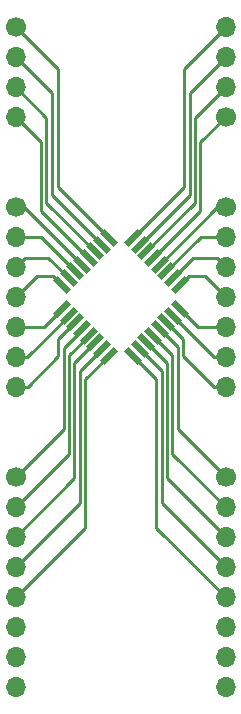
<source format=gbr>
%TF.GenerationSoftware,KiCad,Pcbnew,(6.0.5)*%
%TF.CreationDate,2022-06-25T15:42:17-04:00*%
%TF.ProjectId,Breakout_Converter,42726561-6b6f-4757-945f-436f6e766572,rev?*%
%TF.SameCoordinates,Original*%
%TF.FileFunction,Copper,L2,Bot*%
%TF.FilePolarity,Positive*%
%FSLAX46Y46*%
G04 Gerber Fmt 4.6, Leading zero omitted, Abs format (unit mm)*
G04 Created by KiCad (PCBNEW (6.0.5)) date 2022-06-25 15:42:17*
%MOMM*%
%LPD*%
G01*
G04 APERTURE LIST*
G04 Aperture macros list*
%AMRotRect*
0 Rectangle, with rotation*
0 The origin of the aperture is its center*
0 $1 length*
0 $2 width*
0 $3 Rotation angle, in degrees counterclockwise*
0 Add horizontal line*
21,1,$1,$2,0,0,$3*%
G04 Aperture macros list end*
%TA.AperFunction,SMDPad,CuDef*%
%ADD10RotRect,1.600000X0.550000X225.000000*%
%TD*%
%TA.AperFunction,SMDPad,CuDef*%
%ADD11RotRect,1.600000X0.550000X135.000000*%
%TD*%
%TA.AperFunction,ComponentPad*%
%ADD12O,1.700000X1.700000*%
%TD*%
%TA.AperFunction,ComponentPad*%
%ADD13C,1.700000*%
%TD*%
%TA.AperFunction,Conductor*%
%ADD14C,0.250000*%
%TD*%
G04 APERTURE END LIST*
D10*
%TO.P,U4,1,P1*%
%TO.N,Net-(U4-Pad1)*%
X143265305Y-68674897D03*
%TO.P,U4,2,P2*%
%TO.N,Net-(U4-Pad2)*%
X143830990Y-69240583D03*
%TO.P,U4,3,P3*%
%TO.N,Net-(U4-Pad3)*%
X144396676Y-69806268D03*
%TO.P,U4,4,P4*%
%TO.N,Net-(U4-Pad4)*%
X144962361Y-70371953D03*
%TO.P,U4,5,P5*%
%TO.N,Net-(U4-Pad5)*%
X145528047Y-70937639D03*
%TO.P,U4,6,P6*%
%TO.N,Net-(U4-Pad6)*%
X146093732Y-71503324D03*
%TO.P,U4,7,P7*%
%TO.N,Net-(U4-Pad7)*%
X146659417Y-72069010D03*
%TO.P,U4,8,P8*%
%TO.N,Net-(U4-Pad8)*%
X147225103Y-72634695D03*
D11*
%TO.P,U4,9,P9*%
%TO.N,Net-(U4-Pad9)*%
X147225103Y-74685305D03*
%TO.P,U4,10,P10*%
%TO.N,Net-(U4-Pad10)*%
X146659417Y-75250990D03*
%TO.P,U4,11,P11*%
%TO.N,Net-(U4-Pad11)*%
X146093732Y-75816676D03*
%TO.P,U4,12,P12*%
%TO.N,Net-(U4-Pad12)*%
X145528047Y-76382361D03*
%TO.P,U4,13,P13*%
%TO.N,Net-(U4-Pad13)*%
X144962361Y-76948047D03*
%TO.P,U4,14,P14*%
%TO.N,Net-(U4-Pad14)*%
X144396676Y-77513732D03*
%TO.P,U4,15,P15*%
%TO.N,Net-(U4-Pad15)*%
X143830990Y-78079417D03*
%TO.P,U4,16,P16*%
%TO.N,Net-(U4-Pad16)*%
X143265305Y-78645103D03*
D10*
%TO.P,U4,17,P17*%
%TO.N,Net-(U4-Pad17)*%
X141214695Y-78645103D03*
%TO.P,U4,18,P18*%
%TO.N,Net-(U4-Pad18)*%
X140649010Y-78079417D03*
%TO.P,U4,19,P19*%
%TO.N,Net-(U4-Pad19)*%
X140083324Y-77513732D03*
%TO.P,U4,20,P20*%
%TO.N,Net-(U4-Pad20)*%
X139517639Y-76948047D03*
%TO.P,U4,21,P21*%
%TO.N,Net-(U4-Pad21)*%
X138951953Y-76382361D03*
%TO.P,U4,22,P22*%
%TO.N,Net-(U4-Pad22)*%
X138386268Y-75816676D03*
%TO.P,U4,23,P23*%
%TO.N,Net-(U4-Pad23)*%
X137820583Y-75250990D03*
%TO.P,U4,24,P24*%
%TO.N,Net-(U4-Pad24)*%
X137254897Y-74685305D03*
D11*
%TO.P,U4,25,P25*%
%TO.N,Net-(U4-Pad25)*%
X137254897Y-72634695D03*
%TO.P,U4,26,P26*%
%TO.N,Net-(U4-Pad26)*%
X137820583Y-72069010D03*
%TO.P,U4,27,P27*%
%TO.N,Net-(U4-Pad27)*%
X138386268Y-71503324D03*
%TO.P,U4,28,P28*%
%TO.N,Net-(U4-Pad28)*%
X138951953Y-70937639D03*
%TO.P,U4,29,P29*%
%TO.N,Net-(U4-Pad29)*%
X139517639Y-70371953D03*
%TO.P,U4,30,P30*%
%TO.N,Net-(U4-Pad30)*%
X140083324Y-69806268D03*
%TO.P,U4,31,P31*%
%TO.N,Net-(U4-Pad31)*%
X140649010Y-69240583D03*
%TO.P,U4,32,P32*%
%TO.N,Net-(U4-Pad32)*%
X141214695Y-68674897D03*
%TD*%
D12*
%TO.P,J3,7,Pin_7*%
%TO.N,Net-(U4-Pad22)*%
X133350000Y-81280000D03*
%TO.P,J3,6,Pin_6*%
%TO.N,Net-(U4-Pad23)*%
X133350000Y-78740000D03*
%TO.P,J3,5,Pin_5*%
%TO.N,Net-(U4-Pad24)*%
X133350000Y-76200000D03*
%TO.P,J3,4,Pin_4*%
%TO.N,Net-(U4-Pad25)*%
X133350000Y-73660000D03*
%TO.P,J3,3,Pin_3*%
%TO.N,Net-(U4-Pad26)*%
X133350000Y-71120000D03*
%TO.P,J3,2,Pin_2*%
%TO.N,Net-(U4-Pad27)*%
X133350000Y-68580000D03*
D13*
%TO.P,J3,1,Pin_1*%
%TO.N,Net-(U4-Pad28)*%
X133350000Y-66040000D03*
%TD*%
%TO.P,J2,1,Pin_1*%
%TO.N,Net-(U4-Pad4)*%
X151130000Y-58419624D03*
D12*
%TO.P,J2,2,Pin_2*%
%TO.N,Net-(U4-Pad3)*%
X151130000Y-55879632D03*
%TO.P,J2,3,Pin_3*%
%TO.N,Net-(U4-Pad2)*%
X151130000Y-53339632D03*
%TO.P,J2,4,Pin_4*%
%TO.N,Net-(U4-Pad1)*%
X151130000Y-50799632D03*
%TD*%
%TO.P,J1,4,Pin_4*%
%TO.N,Net-(U4-Pad29)*%
X133350000Y-58419496D03*
%TO.P,J1,3,Pin_3*%
%TO.N,Net-(U4-Pad30)*%
X133350000Y-55879496D03*
%TO.P,J1,2,Pin_2*%
%TO.N,Net-(U4-Pad31)*%
X133350000Y-53339496D03*
D13*
%TO.P,J1,1,Pin_1*%
%TO.N,Net-(U4-Pad32)*%
X133350000Y-50799504D03*
%TD*%
D12*
%TO.P,J6,8,Pin_8*%
%TO.N,Net-(J6-Pad8)*%
X151130000Y-106680000D03*
%TO.P,J6,7,Pin_7*%
%TO.N,Net-(J6-Pad7)*%
X151130000Y-104140000D03*
%TO.P,J6,6,Pin_6*%
%TO.N,Net-(J6-Pad6)*%
X151130000Y-101600000D03*
%TO.P,J6,5,Pin_5*%
%TO.N,Net-(U4-Pad16)*%
X151130000Y-99060000D03*
%TO.P,J6,4,Pin_4*%
%TO.N,Net-(U4-Pad15)*%
X151130000Y-96520000D03*
%TO.P,J6,3,Pin_3*%
%TO.N,Net-(U4-Pad14)*%
X151130000Y-93980000D03*
%TO.P,J6,2,Pin_2*%
%TO.N,Net-(U4-Pad13)*%
X151130000Y-91440000D03*
D13*
%TO.P,J6,1,Pin_1*%
%TO.N,Net-(U4-Pad12)*%
X151130000Y-88900000D03*
%TD*%
D12*
%TO.P,J5,8,Pin_8*%
%TO.N,Net-(J5-Pad8)*%
X133350000Y-106680000D03*
%TO.P,J5,7,Pin_7*%
%TO.N,Net-(J5-Pad7)*%
X133350000Y-104140000D03*
%TO.P,J5,6,Pin_6*%
%TO.N,Net-(J5-Pad6)*%
X133350000Y-101600000D03*
%TO.P,J5,5,Pin_5*%
%TO.N,Net-(U4-Pad17)*%
X133350000Y-99060000D03*
%TO.P,J5,4,Pin_4*%
%TO.N,Net-(U4-Pad18)*%
X133350000Y-96520000D03*
%TO.P,J5,3,Pin_3*%
%TO.N,Net-(U4-Pad19)*%
X133350000Y-93980000D03*
%TO.P,J5,2,Pin_2*%
%TO.N,Net-(U4-Pad20)*%
X133350000Y-91440000D03*
D13*
%TO.P,J5,1,Pin_1*%
%TO.N,Net-(U4-Pad21)*%
X133350000Y-88900000D03*
%TD*%
D12*
%TO.P,J4,7,Pin_7*%
%TO.N,Net-(U4-Pad11)*%
X151130000Y-81280000D03*
%TO.P,J4,6,Pin_6*%
%TO.N,Net-(U4-Pad10)*%
X151130000Y-78740000D03*
%TO.P,J4,5,Pin_5*%
%TO.N,Net-(U4-Pad9)*%
X151130000Y-76200000D03*
%TO.P,J4,4,Pin_4*%
%TO.N,Net-(U4-Pad8)*%
X151130000Y-73660000D03*
%TO.P,J4,3,Pin_3*%
%TO.N,Net-(U4-Pad7)*%
X151130000Y-71120000D03*
%TO.P,J4,2,Pin_2*%
%TO.N,Net-(U4-Pad6)*%
X151130000Y-68580000D03*
D13*
%TO.P,J4,1,Pin_1*%
%TO.N,Net-(U4-Pad5)*%
X151130000Y-66040000D03*
%TD*%
D14*
%TO.N,Net-(U4-Pad22)*%
X134366000Y-81280000D02*
X133350000Y-81280000D01*
X136961280Y-78684720D02*
X134366000Y-81280000D01*
X136961280Y-77241664D02*
X136961280Y-78684720D01*
X138386268Y-75816676D02*
X136961280Y-77241664D01*
%TO.N,Net-(U4-Pad11)*%
X147518720Y-78684720D02*
X150114000Y-81280000D01*
X147518720Y-77241664D02*
X147518720Y-78684720D01*
X150114000Y-81280000D02*
X151130000Y-81280000D01*
X146093732Y-75816676D02*
X147518720Y-77241664D01*
%TO.N,Net-(U4-Pad24)*%
X137254897Y-74685305D02*
X135740202Y-76200000D01*
X135740202Y-76200000D02*
X133350000Y-76200000D01*
%TO.N,Net-(U4-Pad23)*%
X134331573Y-78740000D02*
X133350000Y-78740000D01*
X137820583Y-75250990D02*
X134331573Y-78740000D01*
%TO.N,Net-(U4-Pad10)*%
X146659417Y-75250990D02*
X150148427Y-78740000D01*
X150148427Y-78740000D02*
X151130000Y-78740000D01*
%TO.N,Net-(U4-Pad9)*%
X148739798Y-76200000D02*
X151130000Y-76200000D01*
X147225103Y-74685305D02*
X148739798Y-76200000D01*
%TO.N,Net-(U4-Pad5)*%
X150425686Y-66040000D02*
X151130000Y-66040000D01*
X145528047Y-70937639D02*
X150425686Y-66040000D01*
%TO.N,Net-(U4-Pad6)*%
X149017056Y-68580000D02*
X151130000Y-68580000D01*
X146093732Y-71503324D02*
X149017056Y-68580000D01*
%TO.N,Net-(U4-Pad28)*%
X134054314Y-66040000D02*
X133350000Y-66040000D01*
X138951953Y-70937639D02*
X134054314Y-66040000D01*
%TO.N,Net-(U4-Pad27)*%
X135462944Y-68580000D02*
X133350000Y-68580000D01*
X138386268Y-71503324D02*
X135462944Y-68580000D01*
%TO.N,Net-(U4-Pad7)*%
X150368000Y-70358000D02*
X151130000Y-71120000D01*
X148370427Y-70358000D02*
X150368000Y-70358000D01*
X146659417Y-72069010D02*
X148370427Y-70358000D01*
%TO.N,Net-(U4-Pad8)*%
X149352000Y-71882000D02*
X151130000Y-73660000D01*
X147225103Y-72634695D02*
X147977798Y-71882000D01*
X147977798Y-71882000D02*
X149352000Y-71882000D01*
%TO.N,Net-(U4-Pad26)*%
X134112000Y-70358000D02*
X133350000Y-71120000D01*
X136109573Y-70358000D02*
X134112000Y-70358000D01*
X137820583Y-72069010D02*
X136109573Y-70358000D01*
%TO.N,Net-(U4-Pad25)*%
X136502202Y-71882000D02*
X135128000Y-71882000D01*
X135128000Y-71882000D02*
X133350000Y-73660000D01*
X137254897Y-72634695D02*
X136502202Y-71882000D01*
%TO.N,Net-(U4-Pad13)*%
X146613280Y-78598966D02*
X146613280Y-86923280D01*
X144962361Y-76948047D02*
X146613280Y-78598966D01*
X146613280Y-86923280D02*
X151130000Y-91440000D01*
%TO.N,Net-(U4-Pad14)*%
X146160560Y-89010560D02*
X151130000Y-93980000D01*
X146160560Y-79277616D02*
X146160560Y-89010560D01*
X144396676Y-77513732D02*
X146160560Y-79277616D01*
%TO.N,Net-(U4-Pad15)*%
X145707840Y-91097840D02*
X151130000Y-96520000D01*
X145707840Y-79956267D02*
X145707840Y-91097840D01*
X143830990Y-78079417D02*
X145707840Y-79956267D01*
%TO.N,Net-(U4-Pad16)*%
X145255120Y-93185120D02*
X151130000Y-99060000D01*
X145255120Y-80634918D02*
X145255120Y-93185120D01*
X143265305Y-78645103D02*
X145255120Y-80634918D01*
%TO.N,Net-(U4-Pad21)*%
X137414000Y-84836000D02*
X133350000Y-88900000D01*
%TO.N,Net-(U4-Pad20)*%
X137866720Y-86923280D02*
X133350000Y-91440000D01*
X137866720Y-78598966D02*
X137866720Y-86923280D01*
X139517639Y-76948047D02*
X137866720Y-78598966D01*
%TO.N,Net-(U4-Pad19)*%
X138319439Y-89010561D02*
X133350000Y-93980000D01*
X138319439Y-79277617D02*
X138319439Y-89010561D01*
X140083324Y-77513732D02*
X138319439Y-79277617D01*
%TO.N,Net-(U4-Pad18)*%
X138772159Y-91097841D02*
X133350000Y-96520000D01*
X138772159Y-79956268D02*
X138772159Y-91097841D01*
X140649010Y-78079417D02*
X138772159Y-79956268D01*
%TO.N,Net-(U4-Pad17)*%
X139224879Y-80634919D02*
X139224879Y-93185121D01*
X141214695Y-78645103D02*
X139224879Y-80634919D01*
X139224879Y-93185121D02*
X133350000Y-99060000D01*
%TO.N,Net-(U4-Pad4)*%
X148987440Y-66346874D02*
X148987440Y-60562372D01*
X148987440Y-60562372D02*
X151130188Y-58419624D01*
X144962361Y-70371953D02*
X148987440Y-66346874D01*
%TO.N,Net-(U4-Pad3)*%
X148534720Y-58475096D02*
X151130184Y-55879632D01*
X148534720Y-65668224D02*
X148534720Y-58475096D01*
X144396676Y-69806268D02*
X148534720Y-65668224D01*
%TO.N,Net-(U4-Pad2)*%
X148082000Y-56388000D02*
X151130368Y-53339632D01*
X148082000Y-64989573D02*
X148082000Y-56388000D01*
X143830990Y-69240583D02*
X148082000Y-64989573D01*
%TO.N,Net-(U4-Pad1)*%
X147574000Y-54355816D02*
X151130184Y-50799632D01*
X147574000Y-64366202D02*
X147574000Y-54355816D01*
X143265305Y-68674897D02*
X147574000Y-64366202D01*
%TO.N,Net-(U4-Pad29)*%
X135492560Y-60562376D02*
X133349816Y-58419632D01*
X135492560Y-66404560D02*
X135492560Y-60562376D01*
X139459953Y-70371953D02*
X135492560Y-66404560D01*
X139517639Y-70371953D02*
X139459953Y-70371953D01*
%TO.N,Net-(U4-Pad30)*%
X135945280Y-58475280D02*
X133349632Y-55879632D01*
X135945280Y-65668224D02*
X135945280Y-58475280D01*
X140083324Y-69806268D02*
X135945280Y-65668224D01*
%TO.N,Net-(U4-Pad31)*%
X136398000Y-65024000D02*
X136398000Y-56387816D01*
X136398000Y-56387816D02*
X133349816Y-53339632D01*
X140614583Y-69240583D02*
X136398000Y-65024000D01*
X140649010Y-69240583D02*
X140614583Y-69240583D01*
%TO.N,Net-(U4-Pad32)*%
X136906000Y-64366202D02*
X136906000Y-54355820D01*
X141214695Y-68674897D02*
X136906000Y-64366202D01*
X136906000Y-54355820D02*
X133349820Y-50799640D01*
%TO.N,Net-(U4-Pad21)*%
X138951953Y-76440047D02*
X137414000Y-77978000D01*
X137414000Y-77978000D02*
X137414000Y-84836000D01*
X138951953Y-76382361D02*
X138951953Y-76440047D01*
%TO.N,Net-(U4-Pad12)*%
X147066000Y-84836000D02*
X151130000Y-88900000D01*
X147066000Y-77920314D02*
X147066000Y-84836000D01*
X145528047Y-76382361D02*
X147066000Y-77920314D01*
%TD*%
M02*

</source>
